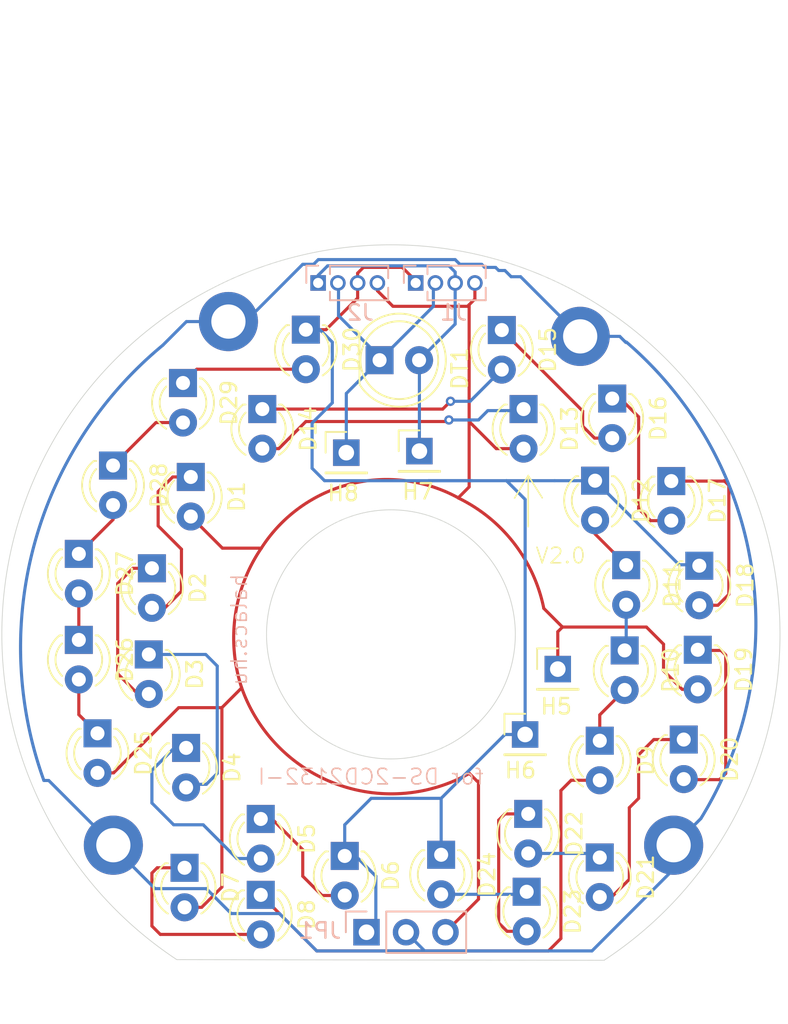
<source format=kicad_pcb>
(kicad_pcb (version 20240108) (generator "pcbnew") (generator_version "8.0")
  (layers (0 "F.Cu" signal) (31 "B.Cu" signal) (34 "B.Paste" user) (35 "F.Paste" user) (36 "B.SilkS" user "B.Silkscreen") (37 "F.SilkS" user "F.Silkscreen") (38 "B.Mask" user) (39 "F.Mask" user) (44 "Edge.Cuts" user))
  (net 0 "")
  (net 1 "Net-(D1-K)")
  (net 2 "VCC")
  (net 3 "Net-(D2-K)")
  (net 4 "Net-(D3-K)")
  (net 5 "Net-(D4-K)")
  (net 6 "Net-(D5-K)")
  (net 7 "Net-(D7-K)")
  (net 8 "Net-(D8-K)")
  (net 9 "Net-(D10-A)")
  (net 10 "Net-(D10-K)")
  (net 11 "Net-(D11-K)")
  (net 12 "Net-(D13-K)")
  (net 13 "Net-(D14-K)")
  (net 14 "Net-(D15-K)")
  (net 15 "Net-(D16-K)")
  (net 16 "Net-(D17-K)")
  (net 17 "Net-(D19-K)")
  (net 18 "Net-(D20-K)")
  (net 19 "Net-(D21-K)")
  (net 20 "Net-(D22-K)")
  (net 21 "Net-(D23-K)")
  (net 22 "Net-(D25-K)")
  (net 23 "Net-(D26-K)")
  (net 24 "Net-(D27-K)")
  (net 25 "Net-(D28-K)")
  (net 26 "Net-(D29-K)")
  (net 27 "Net-(DT1-K)")
  (net 28 "Net-(DT1-A)")
  (net 29 "GND")
  (net 30 "Net-(JP1-C)")
  (footprint "Connector_PinHeader_2.54mm:PinHeader_1x01_P2.54mm_Vertical" (layer "F.Cu") (at 139.4 99.9)
    (property "Reference" "H6" (at -0.3 2.3 0) (layer "F.SilkS"))
    (property "Value" "~")
    (pad "1" thru_hole rect (at 0 0) (size 1.7 1.7) (drill 1) (layers "*.Cu" "*.Mask") (net 29 "GND"))
  )
  (footprint "LED_THT:LED_D3.0mm" (layer "F.Cu") (at 122.4 110.2 -90)
    (property "Reference" "D8" (at 1.27 -2.96 90) (layer "F.SilkS"))
    (property "Value" "LED")
    (pad "1" thru_hole rect (at 0 0 270) (size 1.8 1.8) (drill 0.9) (layers "*.Cu" "*.Mask") (net 8 "Net-(D8-K)"))
    (pad "2" thru_hole circle (at 2.54 0 270) (size 1.8 1.8) (drill 0.9) (layers "*.Cu" "*.Mask") (net 7 "Net-(D7-K)"))
  )
  (footprint "Connector_PinHeader_2.54mm:PinHeader_1x01_P2.54mm_Vertical" (layer "F.Cu") (at 127.9 81.8)
    (property "Reference" "H8" (at -0.2 2.6 0) (layer "F.SilkS"))
    (property "Value" "~")
    (pad "1" thru_hole rect (at 0 0) (size 1.7 1.7) (drill 1) (layers "*.Cu" "*.Mask") (net 27 "Net-(DT1-K)"))
  )
  (footprint "LED_THT:LED_D3.0mm" (layer "F.Cu") (at 144.2 107.8 -90)
    (property "Reference" "D21" (at 1.27 -2.96 90) (layer "F.SilkS"))
    (property "Value" "LED")
    (pad "1" thru_hole rect (at 0 0 270) (size 1.8 1.8) (drill 0.9) (layers "*.Cu" "*.Mask") (net 19 "Net-(D21-K)"))
    (pad "2" thru_hole circle (at 2.54 0 270) (size 1.8 1.8) (drill 0.9) (layers "*.Cu" "*.Mask") (net 18 "Net-(D20-K)"))
  )
  (footprint "LED_THT:LED_D3.0mm" (layer "F.Cu") (at 117.5 108.46 -90)
    (property "Reference" "D7" (at 1.27 -2.96 90) (layer "F.SilkS"))
    (property "Value" "LED")
    (pad "1" thru_hole rect (at 0 0 270) (size 1.8 1.8) (drill 0.9) (layers "*.Cu" "*.Mask") (net 7 "Net-(D7-K)"))
    (pad "2" thru_hole circle (at 2.54 0 270) (size 1.8 1.8) (drill 0.9) (layers "*.Cu" "*.Mask") (net 2 "VCC"))
  )
  (footprint "LED_THT:LED_D3.0mm" (layer "F.Cu") (at 115.2 94.76 -90)
    (property "Reference" "D3" (at 1.27 -2.96 90) (layer "F.SilkS"))
    (property "Value" "LED")
    (pad "1" thru_hole rect (at 0 0 270) (size 1.8 1.8) (drill 0.9) (layers "*.Cu" "*.Mask") (net 4 "Net-(D3-K)"))
    (pad "2" thru_hole circle (at 2.54 0 270) (size 1.8 1.8) (drill 0.9) (layers "*.Cu" "*.Mask") (net 3 "Net-(D2-K)"))
  )
  (footprint "LED_THT:LED_D3.0mm" (layer "F.Cu") (at 112.9 82.625 -90)
    (property "Reference" "D28" (at 1.27 -2.96 90) (layer "F.SilkS"))
    (property "Value" "LED")
    (pad "1" thru_hole rect (at 0 0 270) (size 1.8 1.8) (drill 0.9) (layers "*.Cu" "*.Mask") (net 25 "Net-(D28-K)"))
    (pad "2" thru_hole circle (at 2.54 0 270) (size 1.8 1.8) (drill 0.9) (layers "*.Cu" "*.Mask") (net 24 "Net-(D27-K)"))
  )
  (footprint "Connector_PinHeader_2.54mm:PinHeader_1x01_P2.54mm_Vertical" (layer "F.Cu") (at 132.6 81.7)
    (property "Reference" "H7" (at -0.1 2.6 0) (layer "F.SilkS"))
    (property "Value" "~")
    (pad "1" thru_hole rect (at 0 0) (size 1.7 1.7) (drill 1) (layers "*.Cu" "*.Mask") (net 28 "Net-(DT1-A)"))
  )
  (footprint "Connector_PinHeader_2.54mm:PinHeader_1x01_P2.54mm_Vertical" (layer "F.Cu") (at 141.5 95.7)
    (property "Reference" "H5" (at -0.1 2.4 0) (layer "F.SilkS"))
    (property "Value" "~")
    (pad "1" thru_hole rect (at 0 0) (size 1.7 1.7) (drill 1) (layers "*.Cu" "*.Mask") (net 2 "VCC"))
  )
  (footprint "LED_THT:LED_D3.0mm" (layer "F.Cu") (at 148.8 83.625 -90)
    (property "Reference" "D17" (at 1.27 -2.96 90) (layer "F.SilkS"))
    (property "Value" "LED")
    (pad "1" thru_hole rect (at 0 0 270) (size 1.8 1.8) (drill 0.9) (layers "*.Cu" "*.Mask") (net 16 "Net-(D17-K)"))
    (pad "2" thru_hole circle (at 2.54 0 270) (size 1.8 1.8) (drill 0.9) (layers "*.Cu" "*.Mask") (net 15 "Net-(D16-K)"))
  )
  (footprint "LED_THT:LED_D3.0mm" (layer "F.Cu") (at 111.9 99.825 -90)
    (property "Reference" "D25" (at 1.27 -2.96 90) (layer "F.SilkS"))
    (property "Value" "LED")
    (pad "1" thru_hole rect (at 0 0 270) (size 1.8 1.8) (drill 0.9) (layers "*.Cu" "*.Mask") (net 22 "Net-(D25-K)"))
    (pad "2" thru_hole circle (at 2.54 0 270) (size 1.8 1.8) (drill 0.9) (layers "*.Cu" "*.Mask") (net 2 "VCC"))
  )
  (footprint "LED_THT:LED_D3.0mm" (layer "F.Cu") (at 139.5 110 -90)
    (property "Reference" "D23" (at 1.27 -2.96 90) (layer "F.SilkS"))
    (property "Value" "LED")
    (pad "1" thru_hole rect (at 0 0 270) (size 1.8 1.8) (drill 0.9) (layers "*.Cu" "*.Mask") (net 21 "Net-(D23-K)"))
    (pad "2" thru_hole circle (at 2.54 0 270) (size 1.8 1.8) (drill 0.9) (layers "*.Cu" "*.Mask") (net 20 "Net-(D22-K)"))
  )
  (footprint "LED_THT:LED_D3.0mm" (layer "F.Cu") (at 139.3 79 -90)
    (property "Reference" "D13" (at 1.27 -2.96 90) (layer "F.SilkS"))
    (property "Value" "LED")
    (pad "1" thru_hole rect (at 0 0 270) (size 1.8 1.8) (drill 0.9) (layers "*.Cu" "*.Mask") (net 12 "Net-(D13-K)"))
    (pad "2" thru_hole circle (at 2.54 0 270) (size 1.8 1.8) (drill 0.9) (layers "*.Cu" "*.Mask") (net 2 "VCC"))
  )
  (footprint "MountingHole:MountingHole_2.2mm_M2_DIN965_Pad" (layer "F.Cu") (at 142.94 74.33)
    (property "Reference" "H2" (hide yes))
    (property "Value" "MountingHole_Pad")
    (pad "1" thru_hole circle (at 0 0) (size 3.8 3.8) (drill 2.2) (layers "*.Cu" "*.Mask") (net 30 "Net-(JP1-C)"))
  )
  (footprint "LED_THT:LED_D3.0mm" (layer "F.Cu") (at 115.4 89.225 -90)
    (property "Reference" "D2" (at 1.27 -2.96 90) (layer "F.SilkS"))
    (property "Value" "LED")
    (pad "1" thru_hole rect (at 0 0 270) (size 1.8 1.8) (drill 0.9) (layers "*.Cu" "*.Mask") (net 3 "Net-(D2-K)"))
    (pad "2" thru_hole circle (at 2.54 0 270) (size 1.8 1.8) (drill 0.9) (layers "*.Cu" "*.Mask") (net 1 "Net-(D1-K)"))
  )
  (footprint "LED_THT:LED_D3.0mm" (layer "F.Cu") (at 134 107.625 -90)
    (property "Reference" "D24" (at 1.27 -2.96 90) (layer "F.SilkS"))
    (property "Value" "LED")
    (pad "1" thru_hole rect (at 0 0 270) (size 1.8 1.8) (drill 0.9) (layers "*.Cu" "*.Mask") (net 29 "GND"))
    (pad "2" thru_hole circle (at 2.54 0 270) (size 1.8 1.8) (drill 0.9) (layers "*.Cu" "*.Mask") (net 21 "Net-(D23-K)"))
  )
  (footprint "LED_THT:LED_D3.0mm" (layer "F.Cu") (at 122.5 79 -90)
    (property "Reference" "D14" (at 1.27 -2.96 90) (layer "F.SilkS"))
    (property "Value" "LED")
    (pad "1" thru_hole rect (at 0 0 270) (size 1.8 1.8) (drill 0.9) (layers "*.Cu" "*.Mask") (net 13 "Net-(D14-K)"))
    (pad "2" thru_hole circle (at 2.54 0 270) (size 1.8 1.8) (drill 0.9) (layers "*.Cu" "*.Mask") (net 12 "Net-(D13-K)"))
  )
  (footprint "LED_THT:LED_D3.0mm" (layer "F.Cu") (at 145.9 89.025 -90)
    (property "Reference" "D11" (at 1.27 -2.96 90) (layer "F.SilkS"))
    (property "Value" "LED")
    (pad "1" thru_hole rect (at 0 0 270) (size 1.8 1.8) (drill 0.9) (layers "*.Cu" "*.Mask") (net 11 "Net-(D11-K)"))
    (pad "2" thru_hole circle (at 2.54 0 270) (size 1.8 1.8) (drill 0.9) (layers "*.Cu" "*.Mask") (net 10 "Net-(D10-K)"))
  )
  (footprint "MountingHole:MountingHole_2.2mm_M2_DIN965_Pad" (layer "F.Cu") (at 112.92 107.01)
    (property "Reference" "H4" (hide yes))
    (property "Value" "MountingHole_Pad")
    (pad "1" thru_hole circle (at 0 0) (size 3.8 3.8) (drill 2.2) (layers "*.Cu" "*.Mask") (net 30 "Net-(JP1-C)"))
  )
  (footprint "LED_THT:LED_D3.0mm" (layer "F.Cu") (at 150.6 89.06 -90)
    (property "Reference" "D18" (at 1.27 -2.96 90) (layer "F.SilkS"))
    (property "Value" "LED")
    (pad "1" thru_hole rect (at 0 0 270) (size 1.8 1.8) (drill 0.9) (layers "*.Cu" "*.Mask") (net 29 "GND"))
    (pad "2" thru_hole circle (at 2.54 0 270) (size 1.8 1.8) (drill 0.9) (layers "*.Cu" "*.Mask") (net 16 "Net-(D17-K)"))
  )
  (footprint "LED_THT:LED_D3.0mm" (layer "F.Cu") (at 137.9 73.925 -90)
    (property "Reference" "D15" (at 1.27 -2.96 90) (layer "F.SilkS"))
    (property "Value" "LED")
    (pad "1" thru_hole rect (at 0 0 270) (size 1.8 1.8) (drill 0.9) (layers "*.Cu" "*.Mask") (net 14 "Net-(D15-K)"))
    (pad "2" thru_hole circle (at 2.54 0 270) (size 1.8 1.8) (drill 0.9) (layers "*.Cu" "*.Mask") (net 13 "Net-(D14-K)"))
  )
  (footprint "LED_THT:LED_D3.0mm" (layer "F.Cu") (at 117.4 77.325 -90)
    (property "Reference" "D29" (at 1.27 -2.96 90) (layer "F.SilkS"))
    (property "Value" "LED")
    (pad "1" thru_hole rect (at 0 0 270) (size 1.8 1.8) (drill 0.9) (layers "*.Cu" "*.Mask") (net 26 "Net-(D29-K)"))
    (pad "2" thru_hole circle (at 2.54 0 270) (size 1.8 1.8) (drill 0.9) (layers "*.Cu" "*.Mask") (net 25 "Net-(D28-K)"))
  )
  (footprint "LED_THT:LED_D5.0mm" (layer "F.Cu") (at 130.04 75.86)
    (property "Reference" "DT1" (at 5.16 0.54 90) (layer "F.SilkS"))
    (property "Value" "Light Sensor")
    (pad "1" thru_hole rect (at 0 0) (size 1.8 1.8) (drill 0.9) (layers "*.Cu" "*.Mask") (net 27 "Net-(DT1-K)"))
    (pad "2" thru_hole circle (at 2.54 0) (size 1.8 1.8) (drill 0.9) (layers "*.Cu" "*.Mask") (net 28 "Net-(DT1-A)"))
  )
  (footprint "LED_THT:LED_D3.0mm" (layer "F.Cu") (at 145.8 94.5 -90)
    (property "Reference" "D10" (at 1.27 -2.96 90) (layer "F.SilkS"))
    (property "Value" "LED")
    (pad "1" thru_hole rect (at 0 0 270) (size 1.8 1.8) (drill 0.9) (layers "*.Cu" "*.Mask") (net 10 "Net-(D10-K)"))
    (pad "2" thru_hole circle (at 2.54 0 270) (size 1.8 1.8) (drill 0.9) (layers "*.Cu" "*.Mask") (net 9 "Net-(D10-A)"))
  )
  (footprint "LED_THT:LED_D3.0mm" (layer "F.Cu") (at 150.5 94.46 -90)
    (property "Reference" "D19" (at 1.27 -2.96 90) (layer "F.SilkS"))
    (property "Value" "LED")
    (pad "1" thru_hole rect (at 0 0 270) (size 1.8 1.8) (drill 0.9) (layers "*.Cu" "*.Mask") (net 17 "Net-(D19-K)"))
    (pad "2" thru_hole circle (at 2.54 0 270) (size 1.8 1.8) (drill 0.9) (layers "*.Cu" "*.Mask") (net 2 "VCC"))
  )
  (footprint "MountingHole:MountingHole_2.2mm_M2_DIN965_Pad" (layer "F.Cu") (at 120.32 73.38)
    (property "Reference" "H1" (hide yes))
    (property "Value" "MountingHole_Pad")
    (pad "1" thru_hole circle (at 0 0) (size 3.8 3.8) (drill 2.2) (layers "*.Cu" "*.Mask") (net 30 "Net-(JP1-C)"))
  )
  (footprint "LED_THT:LED_D3.0mm" (layer "F.Cu") (at 149.6 100.225 -90)
    (property "Reference" "D20" (at 1.27 -2.96 90) (layer "F.SilkS"))
    (property "Value" "LED")
    (pad "1" thru_hole rect (at 0 0 270) (size 1.8 1.8) (drill 0.9) (layers "*.Cu" "*.Mask") (net 18 "Net-(D20-K)"))
    (pad "2" thru_hole circle (at 2.54 0 270) (size 1.8 1.8) (drill 0.9) (layers "*.Cu" "*.Mask") (net 17 "Net-(D19-K)"))
  )
  (footprint "LED_THT:LED_D3.0mm" (layer "F.Cu") (at 122.4 105.325 -90)
    (property "Reference" "D5" (at 1.27 -2.96 90) (layer "F.SilkS"))
    (property "Value" "LED")
    (pad "1" thru_hole rect (at 0 0 270) (size 1.8 1.8) (drill 0.9) (layers "*.Cu" "*.Mask") (net 6 "Net-(D5-K)"))
    (pad "2" thru_hole circle (at 2.54 0 270) (size 1.8 1.8) (drill 0.9) (layers "*.Cu" "*.Mask") (net 5 "Net-(D4-K)"))
  )
  (footprint "LED_THT:LED_D3.0mm" (layer "F.Cu") (at 145 78.325 -90)
    (property "Reference" "D16" (at 1.27 -2.96 90) (layer "F.SilkS"))
    (property "Value" "LED")
    (pad "1" thru_hole rect (at 0 0 270) (size 1.8 1.8) (drill 0.9) (layers "*.Cu" "*.Mask") (net 15 "Net-(D16-K)"))
    (pad "2" thru_hole circle (at 2.54 0 270) (size 1.8 1.8) (drill 0.9) (layers "*.Cu" "*.Mask") (net 14 "Net-(D15-K)"))
  )
  (footprint "LED_THT:LED_D3.0mm" (layer "F.Cu") (at 143.9 83.6 -90)
    (property "Reference" "D12" (at 1.27 -2.96 90) (layer "F.SilkS"))
    (property "Value" "LED")
    (pad "1" thru_hole rect (at 0 0 270) (size 1.8 1.8) (drill 0.9) (layers "*.Cu" "*.Mask") (net 29 "GND"))
    (pad "2" thru_hole circle (at 2.54 0 270) (size 1.8 1.8) (drill 0.9) (layers "*.Cu" "*.Mask") (net 11 "Net-(D11-K)"))
  )
  (footprint "LED_THT:LED_D3.0mm" (layer "F.Cu") (at 139.6 105 -90)
    (property "Reference" "D22" (at 1.27 -2.96 90) (layer "F.SilkS"))
    (property "Value" "LED")
    (pad "1" thru_hole rect (at 0 0 270) (size 1.8 1.8) (drill 0.9) (layers "*.Cu" "*.Mask") (net 20 "Net-(D22-K)"))
    (pad "2" thru_hole circle (at 2.54 0 270) (size 1.8 1.8) (drill 0.9) (layers "*.Cu" "*.Mask") (net 19 "Net-(D21-K)"))
  )
  (footprint "LED_THT:LED_D3.0mm" (layer "F.Cu") (at 127.8 107.7 -90)
    (property "Reference" "D6" (at 1.27 -2.96 90) (layer "F.SilkS"))
    (property "Value" "LED")
    (pad "1" thru_hole rect (at 0 0 270) (size 1.8 1.8) (drill 0.9) (layers "*.Cu" "*.Mask") (net 29 "GND"))
    (pad "2" thru_hole circle (at 2.54 0 270) (size 1.8 1.8) (drill 0.9) (layers "*.Cu" "*.Mask") (net 6 "Net-(D5-K)"))
  )
  (footprint "LED_THT:LED_D3.0mm" (layer "F.Cu") (at 117.6 100.76 -90)
    (property "Reference" "D4" (at 1.27 -2.96 90) (layer "F.SilkS"))
    (property "Value" "LED")
    (pad "1" thru_hole rect (at 0 0 270) (size 1.8 1.8) (drill 0.9) (layers "*.Cu" "*.Mask") (net 5 "Net-(D4-K)"))
    (pad "2" thru_hole circle (at 2.54 0 270) (size 1.8 1.8) (drill 0.9) (layers "*.Cu" "*.Mask") (net 4 "Net-(D3-K)"))
  )
  (footprint "MountingHole:MountingHole_2.2mm_M2_DIN965_Pad" (layer "F.Cu") (at 148.95 107.01)
    (property "Reference" "H3" (hide yes))
    (property "Value" "MountingHole_Pad")
    (pad "1" thru_hole circle (at 0 0) (size 3.8 3.8) (drill 2.2) (layers "*.Cu" "*.Mask") (net 30 "Net-(JP1-C)"))
  )
  (footprint "LED_THT:LED_D3.0mm" (layer "F.Cu") (at 144.2 100.3 -90)
    (property "Reference" "D9" (at 1.27 -2.96 90) (layer "F.SilkS"))
    (property "Value" "LED")
    (pad "1" thru_hole rect (at 0 0 270) (size 1.8 1.8) (drill 0.9) (layers "*.Cu" "*.Mask") (net 9 "Net-(D10-A)"))
    (pad "2" thru_hole circle (at 2.54 0 270) (size 1.8 1.8) (drill 0.9) (layers "*.Cu" "*.Mask") (net 8 "Net-(D8-K)"))
  )
  (footprint "LED_THT:LED_D3.0mm" (layer "F.Cu") (at 125.3 73.9 -90)
    (property "Reference" "D30" (at 1.27 -2.96 90) (layer "F.SilkS"))
    (property "Value" "LED")
    (pad "1" thru_hole rect (at 0 0 270) (size 1.8 1.8) (drill 0.9) (layers "*.Cu" "*.Mask") (net 29 "GND"))
    (pad "2" thru_hole circle (at 2.54 0 270) (size 1.8 1.8) (drill 0.9) (layers "*.Cu" "*.Mask") (net 26 "Net-(D29-K)"))
  )
  (footprint "LED_THT:LED_D3.0mm" (layer "F.Cu") (at 110.7 93.825 -90)
    (property "Reference" "D26" (at 1.27 -2.96 90) (layer "F.SilkS"))
    (property "Value" "LED")
    (pad "1" thru_hole rect (at 0 0 270) (size 1.8 1.8) (drill 0.9) (layers "*.Cu" "*.Mask") (net 23 "Net-(D26-K)"))
    (pad "2" thru_hole circle (at 2.54 0 270) (size 1.8 1.8) (drill 0.9) (layers "*.Cu" "*.Mask") (net 22 "Net-(D25-K)"))
  )
  (footprint "LED_THT:LED_D3.0mm" (layer "F.Cu") (at 110.7 88.3 -90)
    (property "Reference" "D27" (at 1.27 -2.96 90) (layer "F.SilkS"))
    (property "Value" "LED")
    (pad "1" thru_hole rect (at 0 0 270) (size 1.8 1.8) (drill 0.9) (layers "*.Cu" "*.Mask") (net 24 "Net-(D27-K)"))
    (pad "2" thru_hole circle (at 2.54 0 270) (size 1.8 1.8) (drill 0.9) (layers "*.Cu" "*.Mask") (net 23 "Net-(D26-K)"))
  )
  (footprint "LED_THT:LED_D3.0mm" (layer "F.Cu") (at 117.9 83.36 -90)
    (property "Reference" "D1" (at 1.27 -2.96 90) (layer "F.SilkS"))
    (property "Value" "LED")
    (pad "1" thru_hole rect (at 0 0 270) (size 1.8 1.8) (drill 0.9) (layers "*.Cu" "*.Mask") (net 1 "Net-(D1-K)"))
    (pad "2" thru_hole circle (at 2.54 0 270) (size 1.8 1.8) (drill 0.9) (layers "*.Cu" "*.Mask") (net 2 "VCC"))
  )
  (footprint "Connector_PinHeader_1.27mm:PinHeader_1x04_P1.27mm_Vertical" (layer "B.Cu") (at 126.09 70.9 -90)
    (property "Reference" "J2" (at 1.9 -2.71 180) (layer "B.SilkS") (effects (justify mirror)))
    (property "Value" "Conn_01x04_Socket (JOINT TECH A1250WV-4P)")
    (pad "1" thru_hole rect (at 0 0 270) (size 1 1) (drill 0.65) (layers "*.Cu" "*.Mask") (net 28 "Net-(DT1-A)"))
    (pad "2" thru_hole oval (at 0 -1.27 270) (size 1 1) (drill 0.65) (layers "*.Cu" "*.Mask") (net 27 "Net-(DT1-K)"))
    (pad "3" thru_hole oval (at 0 -2.54 270) (size 1 1) (drill 0.65) (layers "*.Cu" "*.Mask") (net 29 "GND"))
    (pad "4" thru_hole oval (at 0 -3.81 270) (size 1 1) (drill 0.65) (layers "*.Cu" "*.Mask") (net 2 "VCC"))
  )
  (footprint "Connector_PinHeader_1.27mm:PinHeader_1x04_P1.27mm_Vertical" (layer "B.Cu") (at 132.36 70.9 -90)
    (property "Reference" "J1" (at 1.9 -2.44 180) (layer "B.SilkS") (effects (justify mirror)))
    (property "Value" "Conn_01x04_Socket (JOINT TECH A1250WV-4P)")
    (pad "1" thru_hole rect (at 0 0 270) (size 1 1) (drill 0.65) (layers "*.Cu" "*.Mask") (net 29 "GND"))
    (pad "2" thru_hole oval (at 0 -1.27 270) (size 1 1) (drill 0.65) (layers "*.Cu" "*.Mask") (net 27 "Net-(DT1-K)"))
    (pad "3" thru_hole oval (at 0 -2.54 270) (size 1 1) (drill 0.65) (layers "*.Cu" "*.Mask") (net 28 "Net-(DT1-A)"))
    (pad "4" thru_hole oval (at 0 -3.81 270) (size 1 1) (drill 0.65) (layers "*.Cu" "*.Mask") (net 2 "VCC"))
  )
  (footprint "Connector_PinHeader_2.54mm:PinHeader_1x03_P2.54mm_Vertical" (layer "B.Cu") (at 129.2 112.6 -90)
    (property "Reference" "JP1" (at -0.1 3 180) (layer "B.SilkS") (effects (justify mirror)))
    (property "Value" "Jumper_3_Open")
    (pad "1" thru_hole rect (at 0 0 270) (size 1.7 1.7) (drill 1) (layers "*.Cu" "*.Mask") (net 29 "GND"))
    (pad "2" thru_hole oval (at 0 -2.54 270) (size 1.7 1.7) (drill 1) (layers "*.Cu" "*.Mask") (net 30 "Net-(JP1-C)"))
    (pad "3" thru_hole oval (at 0 -5.08 270) (size 1.7 1.7) (drill 1) (layers "*.Cu" "*.Mask") (net 2 "VCC"))
  )
  (gr_arc (start 122.437282 87.931581) (mid 128.131798 83.820367) (end 135.1 84.700001) (stroke (width 0.2)) (layer "F.Cu") (net 2))
  (gr_arc (start 135.811248 102.39752) (mid 127.212358 103.060716) (end 121.172495 96.904354) (stroke (width 0.2)) (layer "F.Cu") (net 2))
  (gr_arc (start 135.096554 84.707129) (mid 138.679666 87.60848) (end 140.6 91.8) (stroke (width 0.2)) (layer "F.Cu") (net 2))
  (gr_arc (start 121.172495 96.904354) (mid 120.758565 92.27048) (end 122.437283 87.931582) (stroke (width 0.2)) (layer "F.Cu") (net 2))
  (gr_arc (start 145.906548 74.692351) (mid 153.952797 89.111406) (end 150.7 105.3) (stroke (width 0.2)) (layer "B.Cu") (net 30))
  (gr_arc (start 108.452576 102.853323) (mid 107.844555 87.664235) (end 116.1 74.9) (stroke (width 0.2)) (layer "B.Cu") (net 30))
  (gr_line (start 139.6 86.55) (end 139.6 83.27) (stroke (width 0.1)) (layer "F.SilkS"))
  (gr_line (start 139.6 83.27) (end 138.72 84.72) (stroke (width 0.1)) (layer "F.SilkS"))
  (gr_line (start 139.6 83.27) (end 140.5 84.7) (stroke (width 0.1)) (layer "F.SilkS"))
  (gr_line (start 144.476825 114.401505) (end 117.000001 114.359999) (stroke (width 0.05)) (layer "Edge.Cuts"))
  (gr_circle (center 130.77 93.47) (end 138.77 93.47) (stroke (width 0.05)) (fill none) (layer "Edge.Cuts"))
  (gr_arc (start 117.000001 114.359999) (mid 130.807795 68.449938) (end 144.476825 114.401505) (stroke (width 0.05)) (layer "Edge.Cuts"))
  (gr_text "for DS-2CD2132-I" (at 136.8 103.2 0) (layer "B.SilkS") (effects (font (size 1 1) (thickness 0.1)) (justify left bottom mirror)))
  (gr_text "halacs.hu" (at 121.6 89.5 90) (layer "B.SilkS") (effects (font (size 1 1) (thickness 0.1)) (justify left bottom mirror)))
  (gr_text "V2.0" (at 140 89 0) (layer "F.SilkS") (effects (font (size 1 1) (thickness 0.1)) (justify left bottom)))
  (segment (start 116.74 83.36) (end 117.9 83.36) (width 0.2) (layer "F.Cu") (net 1))
  (segment (start 115.4 91.765) (end 116.235 91.765) (width 0.2) (layer "F.Cu") (net 1))
  (segment (start 116.235 91.765) (end 117.3 90.7) (width 0.2) (layer "F.Cu") (net 1))
  (segment (start 115.8 86.5) (end 115.8 84.3) (width 0.2) (layer "F.Cu") (net 1))
  (segment (start 117.3 90.7) (end 117.3 88) (width 0.2) (layer "F.Cu") (net 1))
  (segment (start 117.3 88) (end 115.8 86.5) (width 0.2) (layer "F.Cu") (net 1))
  (segment (start 115.8 84.3) (end 116.74 83.36) (width 0.2) (layer "F.Cu") (net 1))
  (segment (start 119.9 109.7) (end 119.9 98.176849) (width 0.2) (layer "F.Cu") (net 2))
  (segment (start 135.7 72.4) (end 135.8 72.3) (width 0.2) (layer "F.Cu") (net 2))
  (segment (start 122.437282 87.931581) (end 119.931581 87.931581) (width 0.2) (layer "F.Cu") (net 2))
  (segment (start 136.4 110.48) (end 136.4 102.899999) (width 0.2) (layer "F.Cu") (net 2))
  (segment (start 135.1 84.700001) (end 135.8 84.000001) (width 0.2) (layer "F.Cu") (net 2))
  (segment (start 119.9 98.176849) (end 117.123151 98.176849) (width 0.2) (layer "F.Cu") (net 2))
  (segment (start 148.3 95.8) (end 149.5 97) (width 0.2) (layer "F.Cu") (net 2))
  (segment (start 112.935 102.365) (end 111.9 102.365) (width 0.2) (layer "F.Cu") (net 2))
  (segment (start 136.17 71.93) (end 136.17 70.9) (width 0.2) (layer "F.Cu") (net 2))
  (segment (start 141.8 93) (end 147.2 93) (width 0.2) (layer "F.Cu") (net 2))
  (segment (start 140.6 91.8) (end 141.8 93) (width 0.2) (layer "F.Cu") (net 2))
  (segment (start 119.9 98.176849) (end 121.172495 96.904354) (width 0.2) (layer "F.Cu") (net 2))
  (segment (start 148.3 94.1) (end 148.3 95.8) (width 0.2) (layer "F.Cu") (net 2))
  (segment (start 118.6 111) (end 119.9 109.7) (width 0.2) (layer "F.Cu") (net 2))
  (segment (start 136.313727 102.899999) (end 135.811248 102.39752) (width 0.2) (layer "F.Cu") (net 2))
  (segment (start 137.54 81.54) (end 139.3 81.54) (width 0.2) (layer "F.Cu") (net 2))
  (segment (start 135.8 84.000001) (end 135.8 79.8) (width 0.2) (layer "F.Cu") (net 2))
  (segment (start 130.9 72.4) (end 135.7 72.4) (width 0.2) (layer "F.Cu") (net 2))
  (segment (start 129.9 71.4) (end 130.9 72.4) (width 0.2) (layer "F.Cu") (net 2))
  (segment (start 129.9 70.9) (end 129.9 71.4) (width 0.2) (layer "F.Cu") (net 2))
  (segment (start 134.28 112.6) (end 136.4 110.48) (width 0.2) (layer "F.Cu") (net 2))
  (segment (start 149.5 97) (end 150.5 97) (width 0.2) (layer "F.Cu") (net 2))
  (segment (start 135.8 72.3) (end 135.8 79.8) (width 0.2) (layer "F.Cu") (net 2))
  (segment (start 135.8 72.3) (end 136.17 71.93) (width 0.2) (layer "F.Cu") (net 2))
  (segment (start 141.5 95.7) (end 141.5 93.3) (width 0.2) (layer "F.Cu") (net 2))
  (segment (start 119.931581 87.931581) (end 117.9 85.9) (width 0.2) (layer "F.Cu") (net 2))
  (segment (start 135.8 79.8) (end 137.54 81.54) (width 0.2) (layer "F.Cu") (net 2))
  (segment (start 117.5 111) (end 118.6 111) (width 0.2) (layer "F.Cu") (net 2))
  (segment (start 136.4 102.899999) (end 136.313727 102.899999) (width 0.2) (layer "F.Cu") (net 2))
  (segment (start 147.2 93) (end 148.3 94.1) (width 0.2) (layer "F.Cu") (net 2))
  (segment (start 117.123151 98.176849) (end 112.935 102.365) (width 0.2) (layer "F.Cu") (net 2))
  (segment (start 141.5 93.3) (end 141.8 93) (width 0.2) (layer "F.Cu") (net 2))
  (segment (start 114.175 89.225) (end 113.2 90.2) (width 0.2) (layer "F.Cu") (net 3))
  (segment (start 113.2 96) (end 114.5 97.3) (width 0.2) (layer "F.Cu") (net 3))
  (segment (start 115.4 89.225) (end 114.175 89.225) (width 0.2) (layer "F.Cu") (net 3))
  (segment (start 114.5 97.3) (end 115.2 97.3) (width 0.2) (layer "F.Cu") (net 3))
  (segment (start 113.2 90.2) (end 113.2 96) (width 0.2) (layer "F.Cu") (net 3))
  (segment (start 119.6 95.5) (end 118.86 94.76) (width 0.2) (layer "B.Cu") (net 4))
  (segment (start 118.9 103.1) (end 119.6 102.4) (width 0.2) (layer "B.Cu") (net 4))
  (segment (start 117.8 103.1) (end 118.9 103.1) (width 0.2) (layer "B.Cu") (net 4))
  (segment (start 117.6 103.3) (end 117.8 103.1) (width 0.2) (layer "B.Cu") (net 4))
  (segment (start 119.6 102.4) (end 119.6 95.5) (width 0.2) (layer "B.Cu") (net 4))
  (segment (start 118.86 94.76) (end 115.2 94.76) (width 0.2) (layer "B.Cu") (net 4))
  (segment (start 115.4 104.3) (end 115.4 102.2) (width 0.2) (layer "B.Cu") (net 5))
  (segment (start 116.8 105.7) (end 115.4 104.3) (width 0.2) (layer "B.Cu") (net 5))
  (segment (start 122.4 107.865) (end 120.865 107.865) (width 0.2) (layer "B.Cu") (net 5))
  (segment (start 118.7 105.7) (end 116.8 105.7) (width 0.2) (layer "B.Cu") (net 5))
  (segment (start 116.84 100.76) (end 117.6 100.76) (width 0.2) (layer "B.Cu") (net 5))
  (segment (start 115.4 102.2) (end 116.84 100.76) (width 0.2) (layer "B.Cu") (net 5))
  (segment (start 120.865 107.865) (end 118.7 105.7) (width 0.2) (layer "B.Cu") (net 5))
  (segment (start 125.1 109) (end 126.34 110.24) (width 0.2) (layer "F.Cu") (net 6))
  (segment (start 126.34 110.24) (end 127.8 110.24) (width 0.2) (layer "F.Cu") (net 6))
  (segment (start 123.125 105.325) (end 125.1 107.3) (width 0.2) (layer "F.Cu") (net 6))
  (segment (start 125.1 107.3) (end 125.1 109) (width 0.2) (layer "F.Cu") (net 6))
  (segment (start 122.4 105.325) (end 123.125 105.325) (width 0.2) (layer "F.Cu") (net 6))
  (segment (start 115.4 112.2) (end 115.94 112.74) (width 0.2) (layer "F.Cu") (net 7))
  (segment (start 115.94 112.74) (end 122.4 112.74) (width 0.2) (layer "F.Cu") (net 7))
  (segment (start 115.74 108.46) (end 115.4 108.8) (width 0.2) (layer "F.Cu") (net 7))
  (segment (start 115.4 108.8) (end 115.4 112.2) (width 0.2) (layer "F.Cu") (net 7))
  (segment (start 117.5 108.46) (end 115.74 108.46) (width 0.2) (layer "F.Cu") (net 7))
  (segment (start 122.4 110.2) (end 126 113.8) (width 0.2) (layer "F.Cu") (net 8))
  (segment (start 141.7 113) (end 141.7 103.5) (width 0.2) (layer "F.Cu") (net 8))
  (segment (start 141.7 103.5) (end 142.36 102.84) (width 0.2) (layer "F.Cu") (net 8))
  (segment (start 126 113.8) (end 140.9 113.8) (width 0.2) (layer "F.Cu") (net 8))
  (segment (start 142.36 102.84) (end 144.2 102.84) (width 0.2) (layer "F.Cu") (net 8))
  (segment (start 140.9 113.8) (end 141.7 113) (width 0.2) (layer "F.Cu") (net 8))
  (segment (start 144.2 100.3) (end 144.2 98.64) (width 0.2) (layer "F.Cu") (net 9))
  (segment (start 144.2 98.64) (end 145.8 97.04) (width 0.2) (layer "F.Cu") (net 9))
  (segment (start 145.9 91.565) (end 145.9 94.4) (width 0.2) (layer "B.Cu") (net 10))
  (segment (start 145.9 94.4) (end 145.8 94.5) (width 0.2) (layer "B.Cu") (net 10))
  (segment (start 143.9 87.025) (end 143.9 86.14) (width 0.2) (layer "F.Cu") (net 11))
  (segment (start 145.9 89.025) (end 143.9 87.025) (width 0.2) (layer "F.Cu") (net 11))
  (segment (start 134.4 79.8) (end 134.5 79.7) (width 0.2) (layer "F.Cu") (net 12))
  (segment (start 123.56 81.54) (end 125.3 79.8) (width 0.2) (layer "F.Cu") (net 12))
  (segment (start 125.3 79.8) (end 134.4 79.8) (width 0.2) (layer "F.Cu") (net 12))
  (segment (start 122.5 81.54) (end 123.56 81.54) (width 0.2) (layer "F.Cu") (net 12))
  (via (at 134.5 79.7) (size 0.6) (drill 0.3) (layers "F.Cu" "B.Cu") (net 12))
  (segment (start 137 79.1) (end 139.2 79.1) (width 0.2) (layer "B.Cu") (net 12))
  (segment (start 139.2 79.1) (end 139.3 79) (width 0.2) (layer "B.Cu") (net 12))
  (segment (start 134.5 79.7) (end 136.4 79.7) (width 0.2) (layer "B.Cu") (net 12))
  (segment (start 136.4 79.7) (end 137 79.1) (width 0.2) (layer "B.Cu") (net 12))
  (segment (start 134.1 79) (end 134.6 78.5) (width 0.2) (layer "F.Cu") (net 13))
  (segment (start 122.5 79) (end 134.1 79) (width 0.2) (layer "F.Cu") (net 13))
  (via (at 134.6 78.5) (size 0.6) (drill 0.3) (layers "F.Cu" "B.Cu") (net 13))
  (segment (start 135.865 78.5) (end 137.9 76.465) (width 0.2) (layer "B.Cu") (net 13))
  (segment (start 134.6 78.5) (end 135.865 78.5) (width 0.2) (layer "B.Cu") (net 13))
  (segment (start 143.1 80.1) (end 143.865 80.865) (width 0.2) (layer "F.Cu") (net 14))
  (segment (start 143.1 79.125) (end 143.1 80.1) (width 0.2) (layer "F.Cu") (net 14))
  (segment (start 143.865 80.865) (end 145 80.865) (width 0.2) (layer "F.Cu") (net 14))
  (segment (start 137.9 73.925) (end 143.1 79.125) (width 0.2) (layer "F.Cu") (net 14))
  (segment (start 145 78.325) (end 145.525 78.325) (width 0.2) (layer "F.Cu") (net 15))
  (segment (start 147.465 86.165) (end 148.8 86.165) (width 0.2) (layer "F.Cu") (net 15))
  (segment (start 146.7 85.4) (end 147.465 86.165) (width 0.2) (layer "F.Cu") (net 15))
  (segment (start 146.7 79.5) (end 146.7 85.4) (width 0.2) (layer "F.Cu") (net 15))
  (segment (start 145.525 78.325) (end 146.7 79.5) (width 0.2) (layer "F.Cu") (net 15))
  (segment (start 152.5 90.9) (end 152.5 83.9) (width 0.2) (layer "F.Cu") (net 16))
  (segment (start 152.2 83.6) (end 152.175 83.625) (width 0.2) (layer "F.Cu") (net 16))
  (segment (start 151.8 91.6) (end 152.5 90.9) (width 0.2) (layer "F.Cu") (net 16))
  (segment (start 152.5 83.9) (end 152.2 83.6) (width 0.2) (layer "F.Cu") (net 16))
  (segment (start 150.6 91.6) (end 151.8 91.6) (width 0.2) (layer "F.Cu") (net 16))
  (segment (start 152.175 83.625) (end 148.8 83.625) (width 0.2) (layer "F.Cu") (net 16))
  (segment (start 151.9 102.8) (end 152.3 102.4) (width 0.2) (layer "F.Cu") (net 17))
  (segment (start 152.3 102.4) (end 152.3 94.8) (width 0.2) (layer "F.Cu") (net 17))
  (segment (start 149.6 102.765) (end 149.635 102.8) (width 0.2) (layer "F.Cu") (net 17))
  (segment (start 152.3 94.8) (end 152 94.5) (width 0.2) (layer "F.Cu") (net 17))
  (segment (start 152 94.5) (end 150.54 94.5) (width 0.2) (layer "F.Cu") (net 17))
  (segment (start 149.635 102.8) (end 151.9 102.8) (width 0.2) (layer "F.Cu") (net 17))
  (segment (start 150.54 94.5) (end 150.5 94.46) (width 0.2) (layer "F.Cu") (net 17))
  (segment (start 146.1 104.6) (end 146.7 104) (width 0.2) (layer "F.Cu") (net 18))
  (segment (start 146.7 104) (end 146.7 101.2) (width 0.2) (layer "F.Cu") (net 18))
  (segment (start 144.96 110.34) (end 146.1 109.2) (width 0.2) (layer "F.Cu") (net 18))
  (segment (start 146.7 101.2) (end 147.675 100.225) (width 0.2) (layer "F.Cu") (net 18))
  (segment (start 146.1 109.2) (end 146.1 104.6) (width 0.2) (layer "F.Cu") (net 18))
  (segment (start 147.675 100.225) (end 149.6 100.225) (width 0.2) (layer "F.Cu") (net 18))
  (segment (start 144.2 110.34) (end 144.96 110.34) (width 0.2) (layer "F.Cu") (net 18))
  (segment (start 139.6 107.54) (end 143.94 107.54) (width 0.2) (layer "B.Cu") (net 19))
  (segment (start 143.94 107.54) (end 144.2 107.8) (width 0.2) (layer "B.Cu") (net 19))
  (segment (start 137.7 105.4) (end 137.7 112) (width 0.2) (layer "F.Cu") (net 20))
  (segment (start 138.1 105) (end 137.7 105.4) (width 0.2) (layer "F.Cu") (net 20))
  (segment (start 138.24 112.54) (end 139.5 112.54) (width 0.2) (layer "F.Cu") (net 20))
  (segment (start 139.6 105) (end 138.1 105) (width 0.2) (layer "F.Cu") (net 20))
  (segment (start 137.7 112) (end 138.24 112.54) (width 0.2) (layer "F.Cu") (net 20))
  (segment (start 134 110.165) (end 139.335 110.165) (width 0.2) (layer "B.Cu") (net 21))
  (segment (start 139.335 110.165) (end 139.5 110) (width 0.2) (layer "B.Cu") (net 21))
  (segment (start 110.7 98.625) (end 111.9 99.825) (width 0.2) (layer "F.Cu") (net 22))
  (segment (start 110.7 96.365) (end 110.7 98.625) (width 0.2) (layer "F.Cu") (net 22))
  (segment (start 110.7 90.84) (end 110.7 93.825) (width 0.2) (layer "F.Cu") (net 23))
  (segment (start 112.9 85.165) (end 112.9 86.1) (width 0.2) (layer "F.Cu") (net 24))
  (segment (start 112.9 86.1) (end 110.7 88.3) (width 0.2) (layer "F.Cu") (net 24))
  (segment (start 117.4 79.865) (end 115.66 79.865) (width 0.2) (layer "F.Cu") (net 25))
  (segment (start 115.66 79.865) (end 112.9 82.625) (width 0.2) (layer "F.Cu") (net 25))
  (segment (start 118.285 76.44) (end 117.4 77.325) (width 0.2) (layer "F.Cu") (net 26))
  (segment (start 125.3 76.44) (end 118.285 76.44) (width 0.2) (layer "F.Cu") (net 26))
  (segment (start 127.4 73) (end 130.04 75.64) (width 0.2) (layer "B.Cu") (net 27))
  (segment (start 127.36 70.9) (end 127.4 70.94) (width 0.2) (layer "B.Cu") (net 27))
  (segment (start 127.4 70.94) (end 127.4 73) (width 0.2) (layer "B.Cu") (net 27))
  (segment (start 127.9 78) (end 130.04 75.86) (width 0.2) (layer "B.Cu") (net 27))
  (segment (start 130.04 75.64) (end 130.04 75.86) (width 0.2) (layer "B.Cu") (net 27))
  (segment (start 127.9 81.8) (end 127.9 78) (width 0.2) (layer "B.Cu") (net 27))
  (segment (start 133.5 71.03) (end 133.63 70.9) (width 0.2) (layer "B.Cu") (net 27))
  (segment (start 130.04 75.86) (end 133.5 72.4) (width 0.2) (layer "B.Cu") (net 27))
  (segment (start 133.5 72.4) (end 133.5 71.03) (width 0.2) (layer "B.Cu") (net 27))
  (segment (start 126.09 70.9) (end 126.1 70.89) (width 0.2) (layer "F.Cu") (net 28))
  (segment (start 126.09 70.41) (end 126.09 70.9) (width 0.2) (layer "B.Cu") (net 28))
  (segment (start 132.58 75.86) (end 134.9 73.54) (width 0.2) (layer "B.Cu") (net 28))
  (segment (start 132.6 81.7) (end 132.6 75.88) (width 0.2) (layer "B.Cu") (net 28))
  (segment (start 134.5 69.8) (end 126.7 69.8) (width 0.2) (layer "B.Cu") (net 28))
  (segment (start 134.9 70.2) (end 134.5 69.8) (width 0.2) (layer "B.Cu") (net 28))
  (segment (start 134.9 73.54) (end 134.9 70.9) (width 0.2) (layer "B.Cu") (net 28))
  (segment (start 132.3 76.14) (end 132.58 75.86) (width 0.2) (layer "B.Cu") (net 28))
  (segment (start 126.7 69.8) (end 126.09 70.41) (width 0.2) (layer "B.Cu") (net 28))
  (segment (start 134.9 70.9) (end 134.9 70.2) (width 0.2) (layer "B.Cu") (net 28))
  (segment (start 132.6 75.88) (end 132.58 75.86) (width 0.2) (layer "B.Cu") (net 28))
  (segment (start 132.36 70.76) (end 132.36 70.9) (width 0.2) (layer "F.Cu") (net 29))
  (segment (start 129 69.9) (end 131.5 69.9) (width 0.2) (layer "F.Cu") (net 29))
  (segment (start 128.63 70.27) (end 129 69.9) (width 0.2) (layer "F.Cu") (net 29))
  (segment (start 131.5 69.9) (end 132.36 70.76) (width 0.2) (layer "F.Cu") (net 29))
  (segment (start 128.63 70.9) (end 128.63 70.27) (width 0.2) (layer "F.Cu") (net 29))
  (segment (start 128.63 71.87) (end 126.6 73.9) (width 0.2) (layer "F.Cu") (net 29))
  (segment (start 126.6 73.9) (end 125.3 73.9) (width 0.2) (layer "F.Cu") (net 29))
  (segment (start 128.63 70.9) (end 128.63 71.87) (width 0.2) (layer "F.Cu") (net 29))
  (segment (start 143.9 82.9) (end 143.9 83.6) (width 0.2) (layer "F.Cu") (net 29))
  (segment (start 139 100.1) (end 139 100.299999) (width 0.2) (layer "F.Cu") (net 29))
  (segment (start 125.7 79.9) (end 127 78.6) (width 0.2) (layer "B.Cu") (net 29))
  (segment (start 127 74.7) (end 126.2 73.9) (width 0.2) (layer "B.Cu") (net 29))
  (segment (start 134 104) (end 138.1 99.9) (width 0.2) (layer "B.Cu") (net 29))
  (segment (start 127.8 105.7) (end 127.8 107.7) (width 0.2) (layer "B.Cu") (net 29))
  (segment (start 129.2 112.6) (end 129.8 112) (width 0.2) (layer "B.Cu") (net 29))
  (segment (start 129.8 112) (end 129.8 109) (width 0.2) (layer "B.Cu") (net 29))
  (segment (start 150.6 89.06) (end 150.54 89) (width 0.2) (layer "B.Cu") (net 29))
  (segment (start 134 104) (end 129.5 104) (width 0.2) (layer "B.Cu") (net 29))
  (segment (start 127 78.6) (end 127 74.7) (width 0.2) (layer "B.Cu") (net 29))
  (segment (start 129.5 104) (end 127.8 105.7) (width 0.2) (layer "B.Cu") (net 29))
  (segment (start 139.4 99.9) (end 139.4 84.8) (width 0.2) (layer "B.Cu") (net 29))
  (segment (start 150.54 89) (end 149.3 89) (width 0.2) (layer "B.Cu") (net 29))
  (segment (start 126.2 73.9) (end 125.3 73.9) (width 0.2) (layer "B.Cu") (net 29))
  (segment (start 135.8 83.6) (end 135.9 83.6) (width 0.2) (layer "B.Cu") (net 29))
  (segment (start 138.2 83.6) (end 141.3 83.6) (width 0.2) (layer "B.Cu") (net 29))
  (segment (start 134 104) (end 134 107.625) (width 0.2) (layer "B.Cu") (net 29))
  (segment (start 129.8 109) (end 128.5 107.7) (width 0.2) (layer "B.Cu") (net 29))
  (segment (start 125.7 82.8) (end 125.7 79.9) (width 0.2) (layer "B.Cu") (net 29))
  (segment (start 149.3 89) (end 143.9 83.6) (width 0.2) (layer "B.Cu") (net 29))
  (segment (start 133.2 83.6) (end 126.5 83.6) (width 0.2) (layer "B.Cu") (net 29))
  (segment (start 126.5 83.6) (end 125.7 82.8) (width 0.2) (layer "B.Cu") (net 29))
  (segment (start 133.2 83.6) (end 135.8 83.6) (width 0.2) (layer "B.Cu") (net 29))
  (segment (start 139.4 84.8) (end 138.2 83.6) (width 0.2) (layer "B.Cu") (net 29))
  (segment (start 138.1 99.9) (end 139.4 99.9) (width 0.2) (layer "B.Cu") (net 29))
  (segment (start 135.8 83.6) (end 136 83.6) (width 0.2) (layer "B.Cu") (net 29))
  (segment (start 133.2 83.6) (end 138.2 83.6) (width 0.2) (layer "B.Cu") (net 29))
  (segment (start 128.5 107.7) (end 127.8 107.7) (width 0.2) (layer "B.Cu") (net 29))
  (segment (start 143.9 83.6) (end 141.3 83.6) (width 0.2) (layer "B.Cu") (net 29))
  (segment (start 149.84 107.59) (end 149.84 107.62) (width 0.2) (layer "F.Cu") (net 30))
  (segment (start 142.94 74.33) (end 139.11 70.5) (width 0.2) (layer "B.Cu") (net 30))
  (segment (start 125.8 69.7) (end 125.1 69.7) (width 0.2) (layer "B.Cu") (net 30))
  (segment (start 126 113.8) (end 123.6 111.4) (width 0.2) (layer "B.Cu") (net 30))
  (segment (start 148.95 108.55) (end 148.95 107.01) (width 0.2) (layer "B.Cu") (net 30))
  (segment (start 148.99 107.01) (end 150.7 105.3) (width 0.2) (layer "B.Cu") (net 30))
  (segment (start 142.94 74.33) (end 145.483223 74.33) (width 0.2) (layer "B.Cu") (net 30))
  (segment (start 118.9 109.8) (end 115.6 109.8) (width 0.2) (layer "B.Cu") (net 30))
  (segment (start 125.1 69.7) (end 121.42 73.38) (width 0.2) (layer "B.Cu") (net 30))
  (segment (start 123.6 111.4) (end 120.5 111.4) (width 0.2) (layer "B.Cu") (net 30))
  (segment (start 139.11 70.5) (end 138.5 70.5) (width 0.2) (layer "B.Cu") (net 30))
  (segment (start 138.5 70.5) (end 138.1 70.1) (width 0.2) (layer "B.Cu") (net 30))
  (segment (start 121.42 73.38) (end 120.32 73.38) (width 0.2) (layer "B.Cu") (net 30))
  (segment (start 137.5 69.9) (end 136.8 69.9) (width 0.2) (layer "B.Cu") (net 30))
  (segment (start 117.62 73.38) (end 120.32 73.38) (width 0.2) (layer "B.Cu") (net 30))
  (segment (start 145.483223 74.33) (end 145.878421 74.725198) (width 0.2) (layer "B.Cu") (net 30))
  (segment (start 116.1 74.9) (end 117.62 73.38) (width 0.2) (layer "B.Cu") (net 30))
  (segment (start 132.94 113.8) (end 126 113.8) (width 0.2) (layer "B.Cu") (net 30))
  (segment (start 108.763323 102.853323) (end 108.452576 102.853323) (width 0.2) (layer "B.Cu") (net 30))
  (segment (start 134.9 69.4) (end 126.1 69.4) (width 0.2) (layer "B.Cu") (net 30))
  (segment (start 132.94 113.8) (end 143.7 113.8) (width 0.2) (layer "B.Cu") (net 30))
  (segment (start 135.2 69.7) (end 134.9 69.4) (width 0.2) (layer "B.Cu") (net 30))
  (segment (start 148.95 107.01) (end 148.99 107.01) (width 0.2) (layer "B.Cu") (net 30))
  (segment (start 137.7 70.1) (end 137.5 69.9) (width 0.2) (layer "B.Cu") (net 30))
  (segment (start 143.7 113.8) (end 148.95 108.55) (width 0.2) (layer "B.Cu") (net 30))
  (segment (start 136.8 69.9) (end 136.6 69.7) (width 0.2) (layer "B.Cu") (net 30))
  (segment (start 112.92 107.01) (end 108.763323 102.853323) (width 0.2) (layer "B.Cu") (net 30))
  (segment (start 115.6 109.8) (end 112.92 107.12) (width 0.2) (layer "B.Cu") (net 30))
  (segment (start 131.74 112.6) (end 132.94 113.8) (width 0.2) (layer "B.Cu") (net 30))
  (segment (start 120.5 111.4) (end 118.9 109.8) (width 0.2) (layer "B.Cu") (net 30))
  (segment (start 138.1 70.1) (end 137.7 70.1) (width 0.2) (layer "B.Cu") (net 30))
  (segment (start 136.6 69.7) (end 135.2 69.7) (width 0.2) (layer "B.Cu") (net 30))
  (segment (start 126.1 69.4) (end 125.8 69.7) (width 0.2) (layer "B.Cu") (net 30))
  (segment (start 112.92 107.12) (end 112.92 107.01) (width 0.2) (layer "B.Cu") (net 30))
)
</source>
